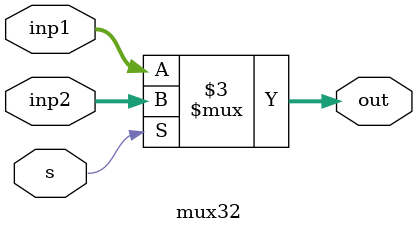
<source format=v>
module mux32(inp1,inp2,s,out);
input s;
input[31:0] inp1,inp2;
output reg [31:0] out;
always@(inp1,inp2,s)begin
  if(s) out = inp2;
  else out = inp1;
end
endmodule
</source>
